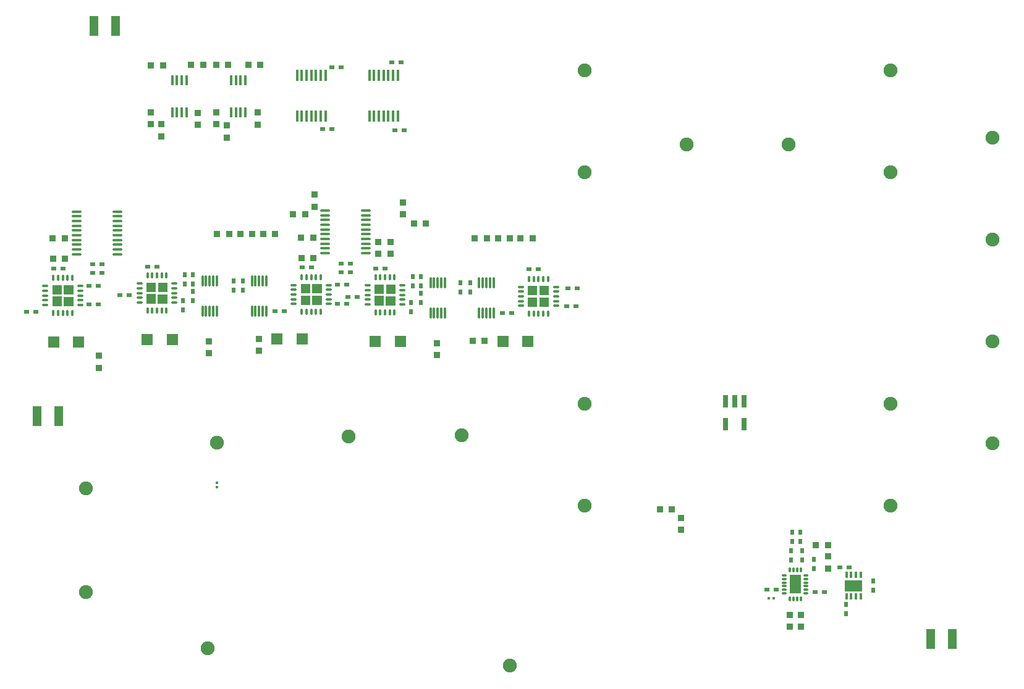
<source format=gtp>
G04 Layer_Color=8421504*
%FSLAX25Y25*%
%MOIN*%
G70*
G01*
G75*
%ADD12O,0.03937X0.01378*%
%ADD13O,0.01378X0.03937*%
%ADD14R,0.01378X0.03347*%
%ADD15R,0.09449X0.06496*%
%ADD16C,0.07500*%
%ADD17R,0.01772X0.05709*%
%ADD18O,0.01181X0.06496*%
%ADD19O,0.03150X0.01181*%
%ADD20O,0.01181X0.03150*%
%ADD21R,0.06496X0.10433*%
%ADD22C,0.00250*%
%ADD23R,0.03000X0.06500*%
%ADD24O,0.05512X0.01378*%
%ADD25R,0.01181X0.06496*%
%ADD26R,0.04528X0.10630*%
%ADD27R,0.06000X0.06000*%
%ADD28R,0.03500X0.03500*%
%ADD29R,0.01500X0.01500*%
%ADD30R,0.03500X0.03500*%
%ADD31R,0.02500X0.02000*%
%ADD32R,0.02000X0.02500*%
%ADD33R,0.01500X0.01500*%
G36*
X178130Y223283D02*
X173012D01*
Y228402D01*
X178130D01*
Y223283D01*
D02*
G37*
G36*
X211601Y223154D02*
X206483D01*
Y228272D01*
X211601D01*
Y223154D01*
D02*
G37*
G36*
X171870Y223362D02*
X166752D01*
Y228480D01*
X171870D01*
Y223362D01*
D02*
G37*
G36*
X88601Y224154D02*
X83483D01*
Y229272D01*
X88601D01*
Y224154D01*
D02*
G37*
G36*
X94861Y224076D02*
X89742D01*
Y229194D01*
X94861D01*
Y224076D01*
D02*
G37*
G36*
X294370Y222362D02*
X289252D01*
Y227480D01*
X294370D01*
Y222362D01*
D02*
G37*
G36*
X300630Y222283D02*
X295512D01*
Y227402D01*
X300630D01*
Y222283D01*
D02*
G37*
G36*
X44130Y222783D02*
X39012D01*
Y227902D01*
X44130D01*
Y222783D01*
D02*
G37*
G36*
X217861Y223076D02*
X212742D01*
Y228194D01*
X217861D01*
Y223076D01*
D02*
G37*
G36*
X37870Y222862D02*
X32752D01*
Y227980D01*
X37870D01*
Y222862D01*
D02*
G37*
G36*
X171870Y229622D02*
X166752D01*
Y234740D01*
X171870D01*
Y229622D01*
D02*
G37*
G36*
X217900Y229414D02*
X212782D01*
Y234532D01*
X217900D01*
Y229414D01*
D02*
G37*
G36*
X178169Y229622D02*
X173051D01*
Y234740D01*
X178169D01*
Y229622D01*
D02*
G37*
G36*
X94900Y230414D02*
X89782D01*
Y235532D01*
X94900D01*
Y230414D01*
D02*
G37*
G36*
X88601D02*
X83483D01*
Y235532D01*
X88601D01*
Y230414D01*
D02*
G37*
G36*
X300669Y228622D02*
X295551D01*
Y233740D01*
X300669D01*
Y228622D01*
D02*
G37*
G36*
X294370D02*
X289252D01*
Y233740D01*
X294370D01*
Y228622D01*
D02*
G37*
G36*
X37870Y229122D02*
X32752D01*
Y234240D01*
X37870D01*
Y229122D01*
D02*
G37*
G36*
X211601Y229414D02*
X206483D01*
Y234532D01*
X211601D01*
Y229414D01*
D02*
G37*
G36*
X44169Y229122D02*
X39051D01*
Y234240D01*
X44169D01*
Y229122D01*
D02*
G37*
D12*
X79782Y224706D02*
D03*
Y227265D02*
D03*
Y229824D02*
D03*
Y232383D02*
D03*
Y234942D02*
D03*
X98680D02*
D03*
Y232383D02*
D03*
Y229824D02*
D03*
Y227265D02*
D03*
Y224706D02*
D03*
X29051Y223413D02*
D03*
Y225972D02*
D03*
Y228532D02*
D03*
Y231090D02*
D03*
Y233650D02*
D03*
X47949D02*
D03*
Y231090D02*
D03*
Y228532D02*
D03*
Y225972D02*
D03*
Y223413D02*
D03*
X163051Y223913D02*
D03*
Y226472D02*
D03*
Y229031D02*
D03*
Y231591D02*
D03*
Y234150D02*
D03*
X181949D02*
D03*
Y231591D02*
D03*
Y229031D02*
D03*
Y226472D02*
D03*
Y223913D02*
D03*
X202782Y223706D02*
D03*
Y226265D02*
D03*
Y228824D02*
D03*
Y231383D02*
D03*
Y233942D02*
D03*
X221679D02*
D03*
Y231383D02*
D03*
Y228824D02*
D03*
Y226265D02*
D03*
Y223706D02*
D03*
X285551Y222913D02*
D03*
Y225472D02*
D03*
Y228031D02*
D03*
Y230591D02*
D03*
Y233150D02*
D03*
X304449D02*
D03*
Y230591D02*
D03*
Y228031D02*
D03*
Y225472D02*
D03*
Y222913D02*
D03*
D13*
X84113Y239272D02*
D03*
X86672D02*
D03*
X89231D02*
D03*
X91790D02*
D03*
X94349D02*
D03*
Y220375D02*
D03*
X91790D02*
D03*
X89231D02*
D03*
X86672D02*
D03*
X84113D02*
D03*
X33382Y237980D02*
D03*
X35941D02*
D03*
X38500D02*
D03*
X41059D02*
D03*
X43618D02*
D03*
Y219083D02*
D03*
X41059D02*
D03*
X38500D02*
D03*
X35941D02*
D03*
X33382D02*
D03*
X167382Y238480D02*
D03*
X169941D02*
D03*
X172500D02*
D03*
X175059D02*
D03*
X177618D02*
D03*
Y219583D02*
D03*
X175059D02*
D03*
X172500D02*
D03*
X169941D02*
D03*
X167382D02*
D03*
X207113Y238272D02*
D03*
X209672D02*
D03*
X212231D02*
D03*
X214790D02*
D03*
X217349D02*
D03*
Y219375D02*
D03*
X214790D02*
D03*
X212231D02*
D03*
X209672D02*
D03*
X207113D02*
D03*
X289882Y237480D02*
D03*
X292441D02*
D03*
X295000D02*
D03*
X297559D02*
D03*
X300118D02*
D03*
Y218583D02*
D03*
X297559D02*
D03*
X295000D02*
D03*
X292441D02*
D03*
X289882D02*
D03*
D14*
X468844Y77707D02*
D03*
X466285D02*
D03*
X463726D02*
D03*
X461167D02*
D03*
X468844Y66093D02*
D03*
X466285D02*
D03*
X463726D02*
D03*
X461167D02*
D03*
D15*
X465005Y71900D02*
D03*
D16*
X279490Y28691D02*
D03*
X253440Y153091D02*
D03*
X320000Y170000D02*
D03*
Y115000D02*
D03*
Y295000D02*
D03*
Y350000D02*
D03*
X375000Y310000D02*
D03*
X430000D02*
D03*
X485000Y295000D02*
D03*
Y350000D02*
D03*
X539921Y313585D02*
D03*
Y258585D02*
D03*
Y203585D02*
D03*
Y148585D02*
D03*
X485000Y170000D02*
D03*
Y115000D02*
D03*
X192591Y152560D02*
D03*
X116691Y38010D02*
D03*
X50992Y124492D02*
D03*
Y68492D02*
D03*
X121492Y148992D02*
D03*
D17*
X136971Y327412D02*
D03*
X134412D02*
D03*
X131853D02*
D03*
X129294D02*
D03*
Y344735D02*
D03*
X131853D02*
D03*
X134412D02*
D03*
X136971D02*
D03*
X105093Y327312D02*
D03*
X102534D02*
D03*
X99975D02*
D03*
X97416D02*
D03*
Y344635D02*
D03*
X99975D02*
D03*
X102534D02*
D03*
X105093D02*
D03*
D18*
X121636Y236271D02*
D03*
X119668D02*
D03*
X117699D02*
D03*
X115731D02*
D03*
X113762D02*
D03*
X121636Y220129D02*
D03*
X119668D02*
D03*
X117699D02*
D03*
X115731D02*
D03*
X113762D02*
D03*
X140445Y220112D02*
D03*
X142413D02*
D03*
X144382D02*
D03*
X146350D02*
D03*
X148319D02*
D03*
X140445Y236253D02*
D03*
X142413D02*
D03*
X144382D02*
D03*
X146350D02*
D03*
X148319D02*
D03*
X244636Y235271D02*
D03*
X242668D02*
D03*
X240699D02*
D03*
X238731D02*
D03*
X236762D02*
D03*
X244636Y219129D02*
D03*
X242668D02*
D03*
X240699D02*
D03*
X238731D02*
D03*
X236762D02*
D03*
X262945Y219112D02*
D03*
X264913D02*
D03*
X266882D02*
D03*
X268850D02*
D03*
X270819D02*
D03*
X262945Y235254D02*
D03*
X264913D02*
D03*
X266882D02*
D03*
X268850D02*
D03*
X270819D02*
D03*
D19*
X439411Y67663D02*
D03*
Y69631D02*
D03*
Y71600D02*
D03*
Y73568D02*
D03*
Y75537D02*
D03*
Y77505D02*
D03*
X427600D02*
D03*
Y75537D02*
D03*
Y73568D02*
D03*
Y71600D02*
D03*
Y69631D02*
D03*
Y67663D02*
D03*
D20*
X436458Y80458D02*
D03*
X434490D02*
D03*
X432521D02*
D03*
X430553D02*
D03*
Y64710D02*
D03*
X432521D02*
D03*
X434490D02*
D03*
X436458D02*
D03*
D21*
X433505Y72584D02*
D03*
D22*
X394138Y225728D02*
D03*
Y226397D02*
D03*
X410201Y224389D02*
D03*
Y225059D02*
D03*
Y225728D02*
D03*
Y226397D02*
D03*
Y227067D02*
D03*
Y227736D02*
D03*
Y228405D02*
D03*
Y229744D02*
D03*
Y230413D02*
D03*
Y231752D02*
D03*
Y232421D02*
D03*
Y233760D02*
D03*
Y234429D02*
D03*
Y235768D02*
D03*
Y236437D02*
D03*
Y237775D02*
D03*
Y238445D02*
D03*
Y239114D02*
D03*
Y239783D02*
D03*
X410870Y225059D02*
D03*
Y225728D02*
D03*
Y226397D02*
D03*
Y227067D02*
D03*
Y227736D02*
D03*
Y228405D02*
D03*
Y229075D02*
D03*
Y229744D02*
D03*
Y230413D02*
D03*
Y231082D02*
D03*
Y231752D02*
D03*
Y232421D02*
D03*
Y233090D02*
D03*
Y233760D02*
D03*
Y234429D02*
D03*
Y235098D02*
D03*
Y235768D02*
D03*
Y236437D02*
D03*
Y237106D02*
D03*
Y237775D02*
D03*
Y238445D02*
D03*
Y239114D02*
D03*
Y239783D02*
D03*
Y240453D02*
D03*
X397484Y224390D02*
D03*
Y225059D02*
D03*
Y225728D02*
D03*
Y226397D02*
D03*
Y227067D02*
D03*
Y227736D02*
D03*
Y228405D02*
D03*
Y229075D02*
D03*
Y229744D02*
D03*
Y230413D02*
D03*
Y231083D02*
D03*
Y231752D02*
D03*
Y232421D02*
D03*
Y233090D02*
D03*
Y233760D02*
D03*
Y234429D02*
D03*
Y235098D02*
D03*
Y235768D02*
D03*
Y236437D02*
D03*
Y237106D02*
D03*
Y237775D02*
D03*
Y238445D02*
D03*
Y239114D02*
D03*
Y239783D02*
D03*
Y240453D02*
D03*
X396815Y224390D02*
D03*
Y225059D02*
D03*
Y225728D02*
D03*
Y226397D02*
D03*
Y227067D02*
D03*
Y227736D02*
D03*
Y228405D02*
D03*
Y229075D02*
D03*
Y229744D02*
D03*
Y230413D02*
D03*
Y231083D02*
D03*
Y231752D02*
D03*
Y232421D02*
D03*
Y233090D02*
D03*
Y233760D02*
D03*
Y234429D02*
D03*
Y235098D02*
D03*
Y235768D02*
D03*
Y236437D02*
D03*
Y237106D02*
D03*
Y237775D02*
D03*
Y238445D02*
D03*
Y239114D02*
D03*
Y239783D02*
D03*
Y240453D02*
D03*
X396146Y224390D02*
D03*
Y225059D02*
D03*
Y225728D02*
D03*
Y226397D02*
D03*
Y227067D02*
D03*
Y227736D02*
D03*
Y228405D02*
D03*
Y229744D02*
D03*
Y230413D02*
D03*
Y231752D02*
D03*
Y232421D02*
D03*
Y233760D02*
D03*
Y234429D02*
D03*
Y235768D02*
D03*
Y236437D02*
D03*
Y237106D02*
D03*
Y237775D02*
D03*
Y238445D02*
D03*
Y239114D02*
D03*
Y239783D02*
D03*
Y240453D02*
D03*
X395477Y224390D02*
D03*
Y225059D02*
D03*
Y225728D02*
D03*
Y226397D02*
D03*
Y227067D02*
D03*
Y227736D02*
D03*
Y228405D02*
D03*
Y229744D02*
D03*
Y230413D02*
D03*
Y231752D02*
D03*
Y232421D02*
D03*
Y233760D02*
D03*
Y234429D02*
D03*
Y235768D02*
D03*
Y236437D02*
D03*
Y237106D02*
D03*
Y237775D02*
D03*
Y238445D02*
D03*
Y239114D02*
D03*
Y239783D02*
D03*
Y240453D02*
D03*
X394807Y224390D02*
D03*
Y225059D02*
D03*
Y225728D02*
D03*
Y226397D02*
D03*
Y227067D02*
D03*
Y227736D02*
D03*
Y228405D02*
D03*
Y229744D02*
D03*
Y230413D02*
D03*
Y231752D02*
D03*
Y232421D02*
D03*
Y233760D02*
D03*
Y234429D02*
D03*
Y235768D02*
D03*
Y236437D02*
D03*
Y237106D02*
D03*
Y237775D02*
D03*
Y238445D02*
D03*
Y239114D02*
D03*
Y239783D02*
D03*
Y240453D02*
D03*
X410201Y241122D02*
D03*
X409532D02*
D03*
X408862D02*
D03*
X408193D02*
D03*
X407524D02*
D03*
X406855D02*
D03*
X406185D02*
D03*
X405516D02*
D03*
X404847D02*
D03*
X404177D02*
D03*
X403508D02*
D03*
X402839D02*
D03*
X402170D02*
D03*
X401500D02*
D03*
X400831D02*
D03*
X400162D02*
D03*
X399492D02*
D03*
X398823D02*
D03*
X398154D02*
D03*
X397484D02*
D03*
X396815D02*
D03*
X396146D02*
D03*
X395477D02*
D03*
X394807D02*
D03*
X394138Y225059D02*
D03*
Y227067D02*
D03*
Y227736D02*
D03*
Y228405D02*
D03*
Y229075D02*
D03*
Y229744D02*
D03*
Y230413D02*
D03*
Y231083D02*
D03*
Y231752D02*
D03*
Y232421D02*
D03*
Y233090D02*
D03*
Y233760D02*
D03*
Y234429D02*
D03*
Y235098D02*
D03*
Y235768D02*
D03*
Y236437D02*
D03*
Y237106D02*
D03*
Y237775D02*
D03*
Y238445D02*
D03*
Y239114D02*
D03*
Y240453D02*
D03*
X409532Y240453D02*
D03*
Y239783D02*
D03*
Y239114D02*
D03*
Y238445D02*
D03*
Y237775D02*
D03*
Y236437D02*
D03*
Y235768D02*
D03*
Y234429D02*
D03*
Y233760D02*
D03*
Y232421D02*
D03*
Y231752D02*
D03*
Y230413D02*
D03*
Y229744D02*
D03*
Y228405D02*
D03*
Y227736D02*
D03*
Y227067D02*
D03*
Y226397D02*
D03*
Y225728D02*
D03*
Y225059D02*
D03*
Y224389D02*
D03*
X408862Y240453D02*
D03*
Y239783D02*
D03*
Y239114D02*
D03*
Y238445D02*
D03*
Y237775D02*
D03*
Y236437D02*
D03*
Y235768D02*
D03*
Y234429D02*
D03*
Y233760D02*
D03*
Y232421D02*
D03*
Y231752D02*
D03*
Y230413D02*
D03*
Y229744D02*
D03*
Y228405D02*
D03*
Y227736D02*
D03*
Y227067D02*
D03*
Y226397D02*
D03*
Y225728D02*
D03*
Y225059D02*
D03*
Y224389D02*
D03*
X408193Y240453D02*
D03*
Y239783D02*
D03*
Y239114D02*
D03*
Y238445D02*
D03*
Y237775D02*
D03*
Y237106D02*
D03*
Y236437D02*
D03*
Y235768D02*
D03*
Y235098D02*
D03*
Y234429D02*
D03*
Y233760D02*
D03*
Y233090D02*
D03*
Y232421D02*
D03*
Y231752D02*
D03*
Y231082D02*
D03*
Y230413D02*
D03*
Y229744D02*
D03*
Y229075D02*
D03*
Y228405D02*
D03*
Y227736D02*
D03*
Y227067D02*
D03*
Y226397D02*
D03*
Y225728D02*
D03*
Y225059D02*
D03*
Y224389D02*
D03*
X407524Y240453D02*
D03*
Y239783D02*
D03*
Y239114D02*
D03*
Y238445D02*
D03*
Y237775D02*
D03*
Y237106D02*
D03*
Y236437D02*
D03*
Y235768D02*
D03*
Y235098D02*
D03*
Y234429D02*
D03*
Y233760D02*
D03*
Y233090D02*
D03*
Y232421D02*
D03*
Y231752D02*
D03*
Y231082D02*
D03*
Y230413D02*
D03*
Y229744D02*
D03*
Y229075D02*
D03*
Y228405D02*
D03*
Y227736D02*
D03*
Y227067D02*
D03*
Y226397D02*
D03*
Y225728D02*
D03*
Y225059D02*
D03*
Y224389D02*
D03*
X406855Y240453D02*
D03*
Y239783D02*
D03*
Y239114D02*
D03*
Y238445D02*
D03*
Y237775D02*
D03*
Y237106D02*
D03*
Y236437D02*
D03*
Y235768D02*
D03*
Y235098D02*
D03*
Y234429D02*
D03*
Y233760D02*
D03*
Y233090D02*
D03*
Y232421D02*
D03*
Y231752D02*
D03*
Y231082D02*
D03*
Y230413D02*
D03*
Y229744D02*
D03*
Y229075D02*
D03*
Y228405D02*
D03*
Y227736D02*
D03*
Y227067D02*
D03*
Y226397D02*
D03*
Y225728D02*
D03*
Y225059D02*
D03*
Y224389D02*
D03*
X406185Y240453D02*
D03*
Y239783D02*
D03*
Y239114D02*
D03*
Y238445D02*
D03*
Y237775D02*
D03*
Y237106D02*
D03*
Y236437D02*
D03*
Y235768D02*
D03*
Y235098D02*
D03*
Y234429D02*
D03*
Y233760D02*
D03*
Y233090D02*
D03*
Y232421D02*
D03*
Y231752D02*
D03*
Y231082D02*
D03*
Y230413D02*
D03*
Y229744D02*
D03*
Y229075D02*
D03*
Y228405D02*
D03*
Y227736D02*
D03*
Y227067D02*
D03*
Y226397D02*
D03*
Y225728D02*
D03*
Y225059D02*
D03*
Y224389D02*
D03*
X405516Y240453D02*
D03*
Y239783D02*
D03*
Y239114D02*
D03*
Y238445D02*
D03*
Y237775D02*
D03*
Y237106D02*
D03*
Y236437D02*
D03*
Y235768D02*
D03*
Y235098D02*
D03*
Y234429D02*
D03*
Y233760D02*
D03*
Y233090D02*
D03*
Y232421D02*
D03*
Y231752D02*
D03*
Y231082D02*
D03*
Y230413D02*
D03*
Y229744D02*
D03*
Y229075D02*
D03*
Y228405D02*
D03*
Y227736D02*
D03*
Y227067D02*
D03*
Y226397D02*
D03*
Y225728D02*
D03*
Y225059D02*
D03*
Y224389D02*
D03*
X404847Y240453D02*
D03*
Y239783D02*
D03*
Y239114D02*
D03*
Y238445D02*
D03*
Y237775D02*
D03*
Y237106D02*
D03*
Y236437D02*
D03*
Y235768D02*
D03*
Y235098D02*
D03*
Y234429D02*
D03*
Y233760D02*
D03*
Y233090D02*
D03*
Y232421D02*
D03*
Y231752D02*
D03*
Y231082D02*
D03*
Y230413D02*
D03*
Y229744D02*
D03*
Y229075D02*
D03*
Y228405D02*
D03*
Y227736D02*
D03*
Y227067D02*
D03*
Y226397D02*
D03*
Y225728D02*
D03*
Y225059D02*
D03*
Y224389D02*
D03*
X404177Y240453D02*
D03*
Y239783D02*
D03*
Y239114D02*
D03*
Y238445D02*
D03*
Y237775D02*
D03*
Y237106D02*
D03*
Y236437D02*
D03*
Y235768D02*
D03*
Y235098D02*
D03*
Y234429D02*
D03*
Y233760D02*
D03*
Y233090D02*
D03*
Y232421D02*
D03*
Y231752D02*
D03*
Y231082D02*
D03*
Y230413D02*
D03*
Y229744D02*
D03*
Y229075D02*
D03*
Y228405D02*
D03*
Y227736D02*
D03*
Y227067D02*
D03*
Y226397D02*
D03*
Y225728D02*
D03*
Y225059D02*
D03*
Y224389D02*
D03*
X403508Y240453D02*
D03*
Y239783D02*
D03*
Y239114D02*
D03*
Y238445D02*
D03*
Y237775D02*
D03*
Y237106D02*
D03*
Y236437D02*
D03*
Y235768D02*
D03*
Y235098D02*
D03*
Y234429D02*
D03*
Y233760D02*
D03*
Y233090D02*
D03*
Y232421D02*
D03*
Y231752D02*
D03*
Y231082D02*
D03*
Y230413D02*
D03*
Y229744D02*
D03*
Y229075D02*
D03*
Y228405D02*
D03*
Y227736D02*
D03*
Y227067D02*
D03*
Y226397D02*
D03*
Y225728D02*
D03*
Y225059D02*
D03*
Y224389D02*
D03*
X402839Y240453D02*
D03*
Y239783D02*
D03*
Y239114D02*
D03*
Y238445D02*
D03*
Y237775D02*
D03*
Y237106D02*
D03*
Y236437D02*
D03*
Y235768D02*
D03*
Y235098D02*
D03*
Y234429D02*
D03*
Y233760D02*
D03*
Y233090D02*
D03*
Y232421D02*
D03*
Y231752D02*
D03*
Y231082D02*
D03*
Y230413D02*
D03*
Y229744D02*
D03*
Y229075D02*
D03*
Y228405D02*
D03*
Y227736D02*
D03*
Y227067D02*
D03*
Y226397D02*
D03*
Y225728D02*
D03*
Y225059D02*
D03*
Y224389D02*
D03*
X402170Y240453D02*
D03*
Y239783D02*
D03*
Y238445D02*
D03*
Y237775D02*
D03*
Y236437D02*
D03*
Y235768D02*
D03*
Y235098D02*
D03*
Y234429D02*
D03*
Y233760D02*
D03*
Y233090D02*
D03*
Y232421D02*
D03*
Y231752D02*
D03*
Y231082D02*
D03*
Y230413D02*
D03*
Y229744D02*
D03*
Y229075D02*
D03*
Y227736D02*
D03*
Y227067D02*
D03*
Y225728D02*
D03*
Y225059D02*
D03*
Y224389D02*
D03*
X401500Y240453D02*
D03*
Y239783D02*
D03*
Y238445D02*
D03*
Y237775D02*
D03*
Y236437D02*
D03*
Y235768D02*
D03*
Y235098D02*
D03*
Y234429D02*
D03*
Y233760D02*
D03*
Y233090D02*
D03*
Y232421D02*
D03*
Y231752D02*
D03*
Y231082D02*
D03*
Y230413D02*
D03*
Y229744D02*
D03*
Y229075D02*
D03*
Y227736D02*
D03*
Y227067D02*
D03*
Y225728D02*
D03*
Y225059D02*
D03*
Y224389D02*
D03*
X400831Y240453D02*
D03*
Y239783D02*
D03*
Y238445D02*
D03*
Y237775D02*
D03*
Y236437D02*
D03*
Y235768D02*
D03*
Y235098D02*
D03*
Y234429D02*
D03*
Y233760D02*
D03*
Y233090D02*
D03*
Y232421D02*
D03*
Y231752D02*
D03*
Y231082D02*
D03*
Y230413D02*
D03*
Y229744D02*
D03*
Y229075D02*
D03*
Y227736D02*
D03*
Y227067D02*
D03*
Y225728D02*
D03*
Y225059D02*
D03*
Y224389D02*
D03*
X400162Y240453D02*
D03*
Y239783D02*
D03*
Y239114D02*
D03*
Y238445D02*
D03*
Y237775D02*
D03*
Y237106D02*
D03*
Y236437D02*
D03*
Y235768D02*
D03*
Y235098D02*
D03*
Y234429D02*
D03*
Y233760D02*
D03*
Y233090D02*
D03*
Y232421D02*
D03*
Y231752D02*
D03*
Y231082D02*
D03*
Y230413D02*
D03*
Y229744D02*
D03*
Y229075D02*
D03*
Y228405D02*
D03*
Y227736D02*
D03*
Y227067D02*
D03*
Y226397D02*
D03*
Y225728D02*
D03*
Y225059D02*
D03*
Y224389D02*
D03*
X399492Y240453D02*
D03*
Y239783D02*
D03*
Y239114D02*
D03*
Y238445D02*
D03*
Y237775D02*
D03*
Y237106D02*
D03*
Y236437D02*
D03*
Y235768D02*
D03*
Y235098D02*
D03*
Y234429D02*
D03*
Y233760D02*
D03*
Y233090D02*
D03*
Y232421D02*
D03*
Y231752D02*
D03*
Y231082D02*
D03*
Y230413D02*
D03*
Y229744D02*
D03*
Y229075D02*
D03*
Y228405D02*
D03*
Y227736D02*
D03*
Y227067D02*
D03*
Y226397D02*
D03*
Y225728D02*
D03*
Y225059D02*
D03*
Y224389D02*
D03*
X398823Y240453D02*
D03*
Y239783D02*
D03*
Y239114D02*
D03*
Y238445D02*
D03*
Y237775D02*
D03*
Y237106D02*
D03*
Y236437D02*
D03*
Y235768D02*
D03*
Y235098D02*
D03*
Y234429D02*
D03*
Y233760D02*
D03*
Y233090D02*
D03*
Y232421D02*
D03*
Y231752D02*
D03*
Y231082D02*
D03*
Y230413D02*
D03*
Y229744D02*
D03*
Y229075D02*
D03*
Y228405D02*
D03*
Y227736D02*
D03*
Y227067D02*
D03*
Y226397D02*
D03*
Y225728D02*
D03*
Y225059D02*
D03*
Y224389D02*
D03*
X398154Y240453D02*
D03*
Y239783D02*
D03*
Y239114D02*
D03*
Y238445D02*
D03*
Y237775D02*
D03*
Y237106D02*
D03*
Y236437D02*
D03*
Y235768D02*
D03*
Y235098D02*
D03*
Y234429D02*
D03*
Y233760D02*
D03*
Y233090D02*
D03*
Y232421D02*
D03*
Y231752D02*
D03*
Y231082D02*
D03*
Y230413D02*
D03*
Y229744D02*
D03*
Y229075D02*
D03*
Y228405D02*
D03*
Y227736D02*
D03*
Y227067D02*
D03*
Y226397D02*
D03*
Y225728D02*
D03*
Y225059D02*
D03*
Y224389D02*
D03*
X394138Y239783D02*
D03*
X409532Y237106D02*
D03*
X408862D02*
D03*
X410201D02*
D03*
D23*
X396000Y159000D02*
D03*
X401000Y171500D02*
D03*
X406000Y159000D02*
D03*
Y171500D02*
D03*
X396000D02*
D03*
D24*
X201805Y251367D02*
D03*
Y253926D02*
D03*
Y256485D02*
D03*
Y259044D02*
D03*
Y261603D02*
D03*
Y264162D02*
D03*
Y266721D02*
D03*
Y269280D02*
D03*
Y271839D02*
D03*
Y274398D02*
D03*
X179758Y251367D02*
D03*
Y253926D02*
D03*
Y256485D02*
D03*
Y259044D02*
D03*
Y261603D02*
D03*
Y264162D02*
D03*
Y266721D02*
D03*
Y269280D02*
D03*
Y271839D02*
D03*
Y274398D02*
D03*
X67805Y250867D02*
D03*
Y253426D02*
D03*
Y255985D02*
D03*
Y258544D02*
D03*
Y261103D02*
D03*
Y263662D02*
D03*
Y266221D02*
D03*
Y268780D02*
D03*
Y271339D02*
D03*
Y273898D02*
D03*
X45758Y250867D02*
D03*
Y253426D02*
D03*
Y255985D02*
D03*
Y258544D02*
D03*
Y261103D02*
D03*
Y263662D02*
D03*
Y266221D02*
D03*
Y268780D02*
D03*
Y271339D02*
D03*
Y273898D02*
D03*
D25*
X180118Y347307D02*
D03*
X177559D02*
D03*
X175000D02*
D03*
X172441D02*
D03*
X169882D02*
D03*
X167323D02*
D03*
X164764D02*
D03*
X180118Y325457D02*
D03*
X177559D02*
D03*
X175000D02*
D03*
X172441D02*
D03*
X169882D02*
D03*
X167323D02*
D03*
X164764D02*
D03*
X219118Y347307D02*
D03*
X216559D02*
D03*
X214000D02*
D03*
X211441D02*
D03*
X208882D02*
D03*
X206323D02*
D03*
X203764D02*
D03*
X219118Y325457D02*
D03*
X216559D02*
D03*
X214000D02*
D03*
X211441D02*
D03*
X208882D02*
D03*
X206323D02*
D03*
X203764D02*
D03*
D26*
X518292Y43197D02*
D03*
X506481D02*
D03*
X66905Y374000D02*
D03*
X55094D02*
D03*
X36406Y163500D02*
D03*
X24595D02*
D03*
D27*
X84031Y204724D02*
D03*
X97531D02*
D03*
X47000Y203500D02*
D03*
X33500D02*
D03*
X153982Y205083D02*
D03*
X167482D02*
D03*
X207031Y203724D02*
D03*
X220531D02*
D03*
X289282Y203883D02*
D03*
X275782D02*
D03*
D28*
X451205Y93700D02*
D03*
X444705D02*
D03*
X39682Y248383D02*
D03*
X33182D02*
D03*
X39482Y259383D02*
D03*
X32982D02*
D03*
X360500Y113000D02*
D03*
X367000D02*
D03*
X215082Y251083D02*
D03*
X208582D02*
D03*
Y257483D02*
D03*
X215082D02*
D03*
X162582Y272483D02*
D03*
X169082D02*
D03*
X173482Y259883D02*
D03*
X166982D02*
D03*
X173682Y248883D02*
D03*
X167182D02*
D03*
X267182Y259383D02*
D03*
X260682D02*
D03*
X279682D02*
D03*
X273182D02*
D03*
X291782D02*
D03*
X285282D02*
D03*
X146495Y261697D02*
D03*
X152995D02*
D03*
X134095D02*
D03*
X140595D02*
D03*
X121695D02*
D03*
X128195D02*
D03*
X266000Y204000D02*
D03*
X259500D02*
D03*
X234282Y267383D02*
D03*
X227782D02*
D03*
X85933Y352674D02*
D03*
X92433D02*
D03*
X114233Y353118D02*
D03*
X107733D02*
D03*
X121133D02*
D03*
X127633D02*
D03*
X145033D02*
D03*
X138533D02*
D03*
D29*
X121531Y127514D02*
D03*
Y125014D02*
D03*
D30*
X58000Y189500D02*
D03*
Y196000D02*
D03*
X372000Y108500D02*
D03*
Y102000D02*
D03*
X174282Y276483D02*
D03*
Y282983D02*
D03*
X144304Y198583D02*
D03*
Y205083D02*
D03*
X240231Y202824D02*
D03*
Y196324D02*
D03*
X221782Y272383D02*
D03*
Y278883D02*
D03*
X117231Y203824D02*
D03*
Y197324D02*
D03*
X85933Y327474D02*
D03*
Y320974D02*
D03*
X121133Y327474D02*
D03*
Y320974D02*
D03*
X91733Y321074D02*
D03*
Y314574D02*
D03*
X111133Y327196D02*
D03*
Y320696D02*
D03*
X126933Y313874D02*
D03*
Y320374D02*
D03*
X143533Y327374D02*
D03*
Y320874D02*
D03*
X451205Y81200D02*
D03*
Y87700D02*
D03*
X430697Y49708D02*
D03*
Y56208D02*
D03*
X436697D02*
D03*
Y49708D02*
D03*
D31*
X33482Y243083D02*
D03*
X38482D02*
D03*
X52482Y233783D02*
D03*
X57482D02*
D03*
X23982Y219583D02*
D03*
X18982D02*
D03*
X52482Y223583D02*
D03*
X57482D02*
D03*
X59482Y240683D02*
D03*
X54482D02*
D03*
X59482Y245283D02*
D03*
X54482D02*
D03*
X193482Y245783D02*
D03*
X188482D02*
D03*
X193482Y241183D02*
D03*
X188482D02*
D03*
X186482Y224083D02*
D03*
X191482D02*
D03*
X157982Y220083D02*
D03*
X152982D02*
D03*
X186482Y234283D02*
D03*
X191482D02*
D03*
X167482Y243583D02*
D03*
X172482D02*
D03*
X315782Y232383D02*
D03*
X310782D02*
D03*
X192282Y227883D02*
D03*
X197282D02*
D03*
X212231Y243224D02*
D03*
X207231D02*
D03*
X294982Y242583D02*
D03*
X289982D02*
D03*
X275482Y219083D02*
D03*
X280482D02*
D03*
X315282Y222883D02*
D03*
X310282D02*
D03*
X89231Y244224D02*
D03*
X84231D02*
D03*
X69282Y228883D02*
D03*
X74282D02*
D03*
X220941Y354467D02*
D03*
X215941D02*
D03*
X178441Y318382D02*
D03*
X183441D02*
D03*
X217441Y317882D02*
D03*
X222441D02*
D03*
X183441Y351882D02*
D03*
X188441D02*
D03*
X418106Y69584D02*
D03*
X423105D02*
D03*
X449106Y68384D02*
D03*
X444105D02*
D03*
X462605Y81700D02*
D03*
X457606D02*
D03*
D32*
X135682Y236483D02*
D03*
Y231483D02*
D03*
X130482Y236483D02*
D03*
Y231483D02*
D03*
X226231Y224724D02*
D03*
Y219724D02*
D03*
X231631Y224724D02*
D03*
Y229724D02*
D03*
X258282Y230455D02*
D03*
Y235455D02*
D03*
X227331Y238693D02*
D03*
Y233693D02*
D03*
X231631Y238693D02*
D03*
Y233693D02*
D03*
X252982Y230483D02*
D03*
Y235483D02*
D03*
X108631Y239693D02*
D03*
Y234693D02*
D03*
X104331Y239693D02*
D03*
Y234693D02*
D03*
X108631Y225724D02*
D03*
Y230724D02*
D03*
X103231Y225724D02*
D03*
Y220724D02*
D03*
X461005Y61900D02*
D03*
Y56900D02*
D03*
X475500Y74500D02*
D03*
Y69500D02*
D03*
X443700Y86200D02*
D03*
Y81200D02*
D03*
X431121Y90706D02*
D03*
Y85706D02*
D03*
X437121D02*
D03*
Y90706D02*
D03*
X432000Y100800D02*
D03*
Y95800D02*
D03*
X436200Y100700D02*
D03*
Y95700D02*
D03*
D33*
X419306Y65184D02*
D03*
X421805D02*
D03*
M02*

</source>
